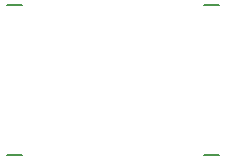
<source format=gto>
G75*
%MOIN*%
%OFA0B0*%
%FSLAX24Y24*%
%IPPOS*%
%LPD*%
%AMOC8*
5,1,8,0,0,1.08239X$1,22.5*
%
%ADD10C,0.0080*%
D10*
X002951Y001323D02*
X003451Y001323D01*
X009546Y001323D02*
X010046Y001323D01*
X010046Y006323D02*
X009546Y006323D01*
X003451Y006323D02*
X002951Y006323D01*
M02*

</source>
